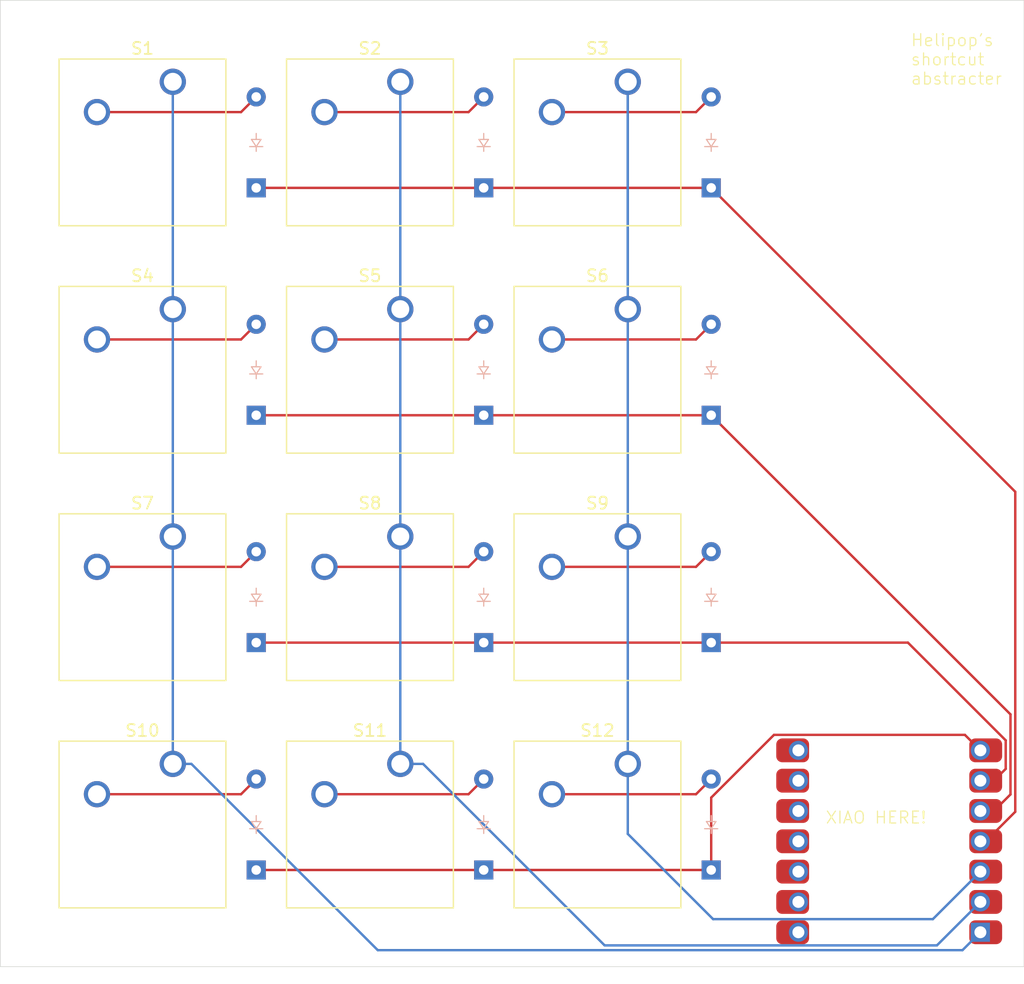
<source format=kicad_pcb>
(kicad_pcb (version 20240108) (generator "pcbnew") (generator_version "8.0")
  (layers (0 "F.Cu" signal) (31 "B.Cu" signal) (34 "B.Paste" user) (35 "F.Paste" user) (36 "B.SilkS" user "B.Silkscreen") (37 "F.SilkS" user "F.Silkscreen") (38 "B.Mask" user) (39 "F.Mask" user) (44 "Edge.Cuts" user))
  (net 0 "")
  (net 1 "Net-(D1-A)")
  (net 2 "Row 0")
  (net 3 "Row 1")
  (net 4 "Net-(D2-A)")
  (net 5 "Net-(D3-A)")
  (net 6 "Row 2")
  (net 7 "Net-(D4-A)")
  (net 8 "Net-(D5-A)")
  (net 9 "Net-(D6-A)")
  (net 10 "Net-(D7-A)")
  (net 11 "Net-(D8-A)")
  (net 12 "Net-(D9-A)")
  (net 13 "Net-(D10-A)")
  (net 14 "Net-(D11-A)")
  (net 15 "Net-(D12-A)")
  (net 16 "Row 3")
  (net 22 "Column 0")
  (net 23 "Column 1")
  (net 24 "Column 2")
  (footprint "Button_Switch_Keyboard:SW_Cherry_MX_1.00u_PCB" (layer "F.Cu") (at 107.315 61.595)
    (property "Reference" "S5" (at -2.54 -2.794 0) (layer "F.SilkS"))
    (property "Value" "Keyswitch")
    (fp_line (start -9.525 -1.905) (end 4.445 -1.905) (stroke (width 0.12)) (layer "F.SilkS"))
    (fp_line (start -9.525 12.065) (end -9.525 -1.905) (stroke (width 0.12)) (layer "F.SilkS"))
    (fp_line (start 4.445 -1.905) (end 4.445 12.065) (stroke (width 0.12)) (layer "F.SilkS"))
    (fp_line (start 4.445 12.065) (end -9.525 12.065) (stroke (width 0.12)) (layer "F.SilkS"))
    (pad "" np_thru_hole circle (at -7.62 5.08) (size 1.7 1.7) (drill 1.7) (layers "*.Cu" "*.Mask"))
    (pad "" np_thru_hole circle (at -2.54 5.08) (size 4 4) (drill 4) (layers "*.Cu" "*.Mask"))
    (pad "" np_thru_hole circle (at 2.54 5.08) (size 1.7 1.7) (drill 1.7) (layers "*.Cu" "*.Mask"))
    (pad "1" thru_hole circle (at 0 0) (size 2.2 2.2) (drill 1.5) (layers "*.Cu" "*.Mask") (net 23 "Column 1"))
    (pad "2" thru_hole circle (at -6.35 2.54) (size 2.2 2.2) (drill 1.5) (layers "*.Cu" "*.Mask") (net 8 "Net-(D5-A)"))
  )
  (footprint "Button_Switch_Keyboard:SW_Cherry_MX_1.00u_PCB" (layer "F.Cu") (at 126.365 42.545)
    (property "Reference" "S3" (at -2.54 -2.794 0) (layer "F.SilkS"))
    (property "Value" "Keyswitch")
    (fp_line (start -9.525 -1.905) (end 4.445 -1.905) (stroke (width 0.12)) (layer "F.SilkS"))
    (fp_line (start -9.525 12.065) (end -9.525 -1.905) (stroke (width 0.12)) (layer "F.SilkS"))
    (fp_line (start 4.445 -1.905) (end 4.445 12.065) (stroke (width 0.12)) (layer "F.SilkS"))
    (fp_line (start 4.445 12.065) (end -9.525 12.065) (stroke (width 0.12)) (layer "F.SilkS"))
    (pad "" np_thru_hole circle (at -7.62 5.08) (size 1.7 1.7) (drill 1.7) (layers "*.Cu" "*.Mask"))
    (pad "" np_thru_hole circle (at -2.54 5.08) (size 4 4) (drill 4) (layers "*.Cu" "*.Mask"))
    (pad "" np_thru_hole circle (at 2.54 5.08) (size 1.7 1.7) (drill 1.7) (layers "*.Cu" "*.Mask"))
    (pad "1" thru_hole circle (at 0 0) (size 2.2 2.2) (drill 1.5) (layers "*.Cu" "*.Mask") (net 24 "Column 2"))
    (pad "2" thru_hole circle (at -6.35 2.54) (size 2.2 2.2) (drill 1.5) (layers "*.Cu" "*.Mask") (net 5 "Net-(D3-A)"))
  )
  (footprint "Button_Switch_Keyboard:SW_Cherry_MX_1.00u_PCB" (layer "F.Cu") (at 126.365 61.595)
    (property "Reference" "S6" (at -2.54 -2.794 0) (layer "F.SilkS"))
    (property "Value" "Keyswitch")
    (fp_line (start -9.525 -1.905) (end 4.445 -1.905) (stroke (width 0.12)) (layer "F.SilkS"))
    (fp_line (start -9.525 12.065) (end -9.525 -1.905) (stroke (width 0.12)) (layer "F.SilkS"))
    (fp_line (start 4.445 -1.905) (end 4.445 12.065) (stroke (width 0.12)) (layer "F.SilkS"))
    (fp_line (start 4.445 12.065) (end -9.525 12.065) (stroke (width 0.12)) (layer "F.SilkS"))
    (pad "" np_thru_hole circle (at -7.62 5.08) (size 1.7 1.7) (drill 1.7) (layers "*.Cu" "*.Mask"))
    (pad "" np_thru_hole circle (at -2.54 5.08) (size 4 4) (drill 4) (layers "*.Cu" "*.Mask"))
    (pad "" np_thru_hole circle (at 2.54 5.08) (size 1.7 1.7) (drill 1.7) (layers "*.Cu" "*.Mask"))
    (pad "1" thru_hole circle (at 0 0) (size 2.2 2.2) (drill 1.5) (layers "*.Cu" "*.Mask") (net 24 "Column 2"))
    (pad "2" thru_hole circle (at -6.35 2.54) (size 2.2 2.2) (drill 1.5) (layers "*.Cu" "*.Mask") (net 9 "Net-(D6-A)"))
  )
  (footprint "Button_Switch_Keyboard:SW_Cherry_MX_1.00u_PCB" (layer "F.Cu") (at 126.365 80.645)
    (property "Reference" "S9" (at -2.54 -2.794 0) (layer "F.SilkS"))
    (property "Value" "Keyswitch")
    (fp_line (start -9.525 -1.905) (end 4.445 -1.905) (stroke (width 0.12)) (layer "F.SilkS"))
    (fp_line (start -9.525 12.065) (end -9.525 -1.905) (stroke (width 0.12)) (layer "F.SilkS"))
    (fp_line (start 4.445 -1.905) (end 4.445 12.065) (stroke (width 0.12)) (layer "F.SilkS"))
    (fp_line (start 4.445 12.065) (end -9.525 12.065) (stroke (width 0.12)) (layer "F.SilkS"))
    (pad "" np_thru_hole circle (at -7.62 5.08) (size 1.7 1.7) (drill 1.7) (layers "*.Cu" "*.Mask"))
    (pad "" np_thru_hole circle (at -2.54 5.08) (size 4 4) (drill 4) (layers "*.Cu" "*.Mask"))
    (pad "" np_thru_hole circle (at 2.54 5.08) (size 1.7 1.7) (drill 1.7) (layers "*.Cu" "*.Mask"))
    (pad "1" thru_hole circle (at 0 0) (size 2.2 2.2) (drill 1.5) (layers "*.Cu" "*.Mask") (net 24 "Column 2"))
    (pad "2" thru_hole circle (at -6.35 2.54) (size 2.2 2.2) (drill 1.5) (layers "*.Cu" "*.Mask") (net 12 "Net-(D9-A)"))
  )
  (footprint "Button_Switch_Keyboard:SW_Cherry_MX_1.00u_PCB" (layer "F.Cu") (at 107.315 80.645)
    (property "Reference" "S8" (at -2.54 -2.794 0) (layer "F.SilkS"))
    (property "Value" "Keyswitch")
    (fp_line (start -9.525 -1.905) (end 4.445 -1.905) (stroke (width 0.12)) (layer "F.SilkS"))
    (fp_line (start -9.525 12.065) (end -9.525 -1.905) (stroke (width 0.12)) (layer "F.SilkS"))
    (fp_line (start 4.445 -1.905) (end 4.445 12.065) (stroke (width 0.12)) (layer "F.SilkS"))
    (fp_line (start 4.445 12.065) (end -9.525 12.065) (stroke (width 0.12)) (layer "F.SilkS"))
    (pad "" np_thru_hole circle (at -7.62 5.08) (size 1.7 1.7) (drill 1.7) (layers "*.Cu" "*.Mask"))
    (pad "" np_thru_hole circle (at -2.54 5.08) (size 4 4) (drill 4) (layers "*.Cu" "*.Mask"))
    (pad "" np_thru_hole circle (at 2.54 5.08) (size 1.7 1.7) (drill 1.7) (layers "*.Cu" "*.Mask"))
    (pad "1" thru_hole circle (at 0 0) (size 2.2 2.2) (drill 1.5) (layers "*.Cu" "*.Mask") (net 23 "Column 1"))
    (pad "2" thru_hole circle (at -6.35 2.54) (size 2.2 2.2) (drill 1.5) (layers "*.Cu" "*.Mask") (net 11 "Net-(D8-A)"))
  )
  (footprint "ScottoKeebs_MCU:Seeed_XIAO_RP2040" (layer "F.Cu") (at 148.2725 106.18125 180)
    (property "Reference" "U1" (hide yes))
    (property "Value" "MCU_Seeed_XIAO_RP2040")
    (pad "1" smd roundrect (at -8.065 -7.62 180) (size 2.75 2) (layers "F.Cu" "F.Paste" "F.Mask") (net 22 "Column 0"))
    (pad "1" thru_hole rect (at -7.62 -7.62 270) (size 1.6 1.6) (drill 1) (layers "*.Cu" "*.Mask") (net 22 "Column 0"))
    (pad "2" smd roundrect (at -8.065 -5.08 180) (size 2.75 2) (layers "F.Cu" "F.Paste" "F.Mask") (net 23 "Column 1"))
    (pad "2" thru_hole circle (at -7.62 -5.08 270) (size 1.6 1.6) (drill 1) (layers "*.Cu" "*.Mask") (net 23 "Column 1"))
    (pad "3" smd roundrect (at -8.065 -2.54 180) (size 2.75 2) (layers "F.Cu" "F.Paste" "F.Mask") (net 24 "Column 2"))
    (pad "3" thru_hole circle (at -7.62 -2.54 270) (size 1.6 1.6) (drill 1) (layers "*.Cu" "*.Mask") (net 24 "Column 2"))
    (pad "4" smd roundrect (at -8.065 0 180) (size 2.75 2) (layers "F.Cu" "F.Paste" "F.Mask") (net 2 "Row 0"))
    (pad "4" thru_hole circle (at -7.62 0 270) (size 1.6 1.6) (drill 1) (layers "*.Cu" "*.Mask") (net 2 "Row 0"))
    (pad "5" smd roundrect (at -8.065 2.54 180) (size 2.75 2) (layers "F.Cu" "F.Paste" "F.Mask") (net 3 "Row 1"))
    (pad "5" thru_hole circle (at -7.62 2.54 270) (size 1.6 1.6) (drill 1) (layers "*.Cu" "*.Mask") (net 3 "Row 1"))
    (pad "6" smd roundrect (at -8.065 5.08 180) (size 2.75 2) (layers "F.Cu" "F.Paste" "F.Mask") (net 6 "Row 2"))
    (pad "6" thru_hole circle (at -7.62 5.08 270) (size 1.6 1.6) (drill 1) (layers "*.Cu" "*.Mask") (net 6 "Row 2"))
    (pad "7" smd roundrect (at -8.065 7.62 180) (size 2.75 2) (layers "F.Cu" "F.Paste" "F.Mask") (net 16 "Row 3"))
    (pad "7" thru_hole circle (at -7.62 7.62 270) (size 1.6 1.6) (drill 1) (layers "*.Cu" "*.Mask") (net 16 "Row 3"))
    (pad "8" thru_hole circle (at 7.62 7.62 270) (size 1.6 1.6) (drill 1) (layers "*.Cu" "*.Mask"))
    (pad "8" smd roundrect (at 8.1 7.62 180) (size 2.75 2) (layers "F.Cu" "F.Paste" "F.Mask"))
    (pad "9" thru_hole circle (at 7.62 5.08 270) (size 1.6 1.6) (drill 1) (layers "*.Cu" "*.Mask"))
    (pad "9" smd roundrect (at 8.1 5.08 180) (size 2.75 2) (layers "F.Cu" "F.Paste" "F.Mask"))
    (pad "10" thru_hole circle (at 7.62 2.54 270) (size 1.6 1.6) (drill 1) (layers "*.Cu" "*.Mask"))
    (pad "10" smd roundrect (at 8.1 2.54 180) (size 2.75 2) (layers "F.Cu" "F.Paste" "F.Mask"))
    (pad "11" thru_hole circle (at 7.62 0 270) (size 1.6 1.6) (drill 1) (layers "*.Cu" "*.Mask"))
    (pad "11" smd roundrect (at 8.1 0 180) (size 2.75 2) (layers "F.Cu" "F.Paste" "F.Mask"))
    (pad "12" thru_hole circle (at 7.62 -2.54 270) (size 1.6 1.6) (drill 1) (layers "*.Cu" "*.Mask"))
    (pad "12" smd roundrect (at 8.1 -2.54 180) (size 2.75 2) (layers "F.Cu" "F.Paste" "F.Mask"))
    (pad "13" thru_hole circle (at 7.62 -5.08 270) (size 1.6 1.6) (drill 1) (layers "*.Cu" "*.Mask"))
    (pad "13" smd roundrect (at 8.1 -5.08 180) (size 2.75 2) (layers "F.Cu" "F.Paste" "F.Mask"))
    (pad "14" thru_hole circle (at 7.62 -7.62 270) (size 1.6 1.6) (drill 1) (layers "*.Cu" "*.Mask"))
    (pad "14" smd roundrect (at 8.1 -7.62 180) (size 2.75 2) (layers "F.Cu" "F.Paste" "F.Mask"))
  )
  (footprint "Button_Switch_Keyboard:SW_Cherry_MX_1.00u_PCB" (layer "F.Cu") (at 107.315 99.695)
    (property "Reference" "S11" (at -2.54 -2.794 0) (layer "F.SilkS"))
    (property "Value" "Keyswitch")
    (fp_line (start -9.525 -1.905) (end 4.445 -1.905) (stroke (width 0.12)) (layer "F.SilkS"))
    (fp_line (start -9.525 12.065) (end -9.525 -1.905) (stroke (width 0.12)) (layer "F.SilkS"))
    (fp_line (start 4.445 -1.905) (end 4.445 12.065) (stroke (width 0.12)) (layer "F.SilkS"))
    (fp_line (start 4.445 12.065) (end -9.525 12.065) (stroke (width 0.12)) (layer "F.SilkS"))
    (pad "" np_thru_hole circle (at -7.62 5.08) (size 1.7 1.7) (drill 1.7) (layers "*.Cu" "*.Mask"))
    (pad "" np_thru_hole circle (at -2.54 5.08) (size 4 4) (drill 4) (layers "*.Cu" "*.Mask"))
    (pad "" np_thru_hole circle (at 2.54 5.08) (size 1.7 1.7) (drill 1.7) (layers "*.Cu" "*.Mask"))
    (pad "1" thru_hole circle (at 0 0) (size 2.2 2.2) (drill 1.5) (layers "*.Cu" "*.Mask") (net 23 "Column 1"))
    (pad "2" thru_hole circle (at -6.35 2.54) (size 2.2 2.2) (drill 1.5) (layers "*.Cu" "*.Mask") (net 14 "Net-(D11-A)"))
  )
  (footprint "Button_Switch_Keyboard:SW_Cherry_MX_1.00u_PCB" (layer "F.Cu") (at 88.265 99.695)
    (property "Reference" "S10" (at -2.54 -2.794 0) (layer "F.SilkS"))
    (property "Value" "Keyswitch")
    (fp_line (start -9.525 -1.905) (end 4.445 -1.905) (stroke (width 0.12)) (layer "F.SilkS"))
    (fp_line (start -9.525 12.065) (end -9.525 -1.905) (stroke (width 0.12)) (layer "F.SilkS"))
    (fp_line (start 4.445 -1.905) (end 4.445 12.065) (stroke (width 0.12)) (layer "F.SilkS"))
    (fp_line (start 4.445 12.065) (end -9.525 12.065) (stroke (width 0.12)) (layer "F.SilkS"))
    (pad "" np_thru_hole circle (at -7.62 5.08) (size 1.7 1.7) (drill 1.7) (layers "*.Cu" "*.Mask"))
    (pad "" np_thru_hole circle (at -2.54 5.08) (size 4 4) (drill 4) (layers "*.Cu" "*.Mask"))
    (pad "" np_thru_hole circle (at 2.54 5.08) (size 1.7 1.7) (drill 1.7) (layers "*.Cu" "*.Mask"))
    (pad "1" thru_hole circle (at 0 0) (size 2.2 2.2) (drill 1.5) (layers "*.Cu" "*.Mask") (net 22 "Column 0"))
    (pad "2" thru_hole circle (at -6.35 2.54) (size 2.2 2.2) (drill 1.5) (layers "*.Cu" "*.Mask") (net 13 "Net-(D10-A)"))
  )
  (footprint "Button_Switch_Keyboard:SW_Cherry_MX_1.00u_PCB" (layer "F.Cu") (at 107.315 42.545)
    (property "Reference" "S2" (at -2.54 -2.794 0) (layer "F.SilkS"))
    (property "Value" "Keyswitch")
    (fp_line (start -9.525 -1.905) (end 4.445 -1.905) (stroke (width 0.12)) (layer "F.SilkS"))
    (fp_line (start -9.525 12.065) (end -9.525 -1.905) (stroke (width 0.12)) (layer "F.SilkS"))
    (fp_line (start 4.445 -1.905) (end 4.445 12.065) (stroke (width 0.12)) (layer "F.SilkS"))
    (fp_line (start 4.445 12.065) (end -9.525 12.065) (stroke (width 0.12)) (layer "F.SilkS"))
    (pad "" np_thru_hole circle (at -7.62 5.08) (size 1.7 1.7) (drill 1.7) (layers "*.Cu" "*.Mask"))
    (pad "" np_thru_hole circle (at -2.54 5.08) (size 4 4) (drill 4) (layers "*.Cu" "*.Mask"))
    (pad "" np_thru_hole circle (at 2.54 5.08) (size 1.7 1.7) (drill 1.7) (layers "*.Cu" "*.Mask"))
    (pad "1" thru_hole circle (at 0 0) (size 2.2 2.2) (drill 1.5) (layers "*.Cu" "*.Mask") (net 23 "Column 1"))
    (pad "2" thru_hole circle (at -6.35 2.54) (size 2.2 2.2) (drill 1.5) (layers "*.Cu" "*.Mask") (net 4 "Net-(D2-A)"))
  )
  (footprint "Button_Switch_Keyboard:SW_Cherry_MX_1.00u_PCB" (layer "F.Cu") (at 88.265 42.545)
    (property "Reference" "S1" (at -2.54 -2.794 0) (layer "F.SilkS"))
    (property "Value" "Keyswitch")
    (fp_line (start -9.525 -1.905) (end 4.445 -1.905) (stroke (width 0.12)) (layer "F.SilkS"))
    (fp_line (start -9.525 12.065) (end -9.525 -1.905) (stroke (width 0.12)) (layer "F.SilkS"))
    (fp_line (start 4.445 -1.905) (end 4.445 12.065) (stroke (width 0.12)) (layer "F.SilkS"))
    (fp_line (start 4.445 12.065) (end -9.525 12.065) (stroke (width 0.12)) (layer "F.SilkS"))
    (pad "" np_thru_hole circle (at -7.62 5.08) (size 1.7 1.7) (drill 1.7) (layers "*.Cu" "*.Mask"))
    (pad "" np_thru_hole circle (at -2.54 5.08) (size 4 4) (drill 4) (layers "*.Cu" "*.Mask"))
    (pad "" np_thru_hole circle (at 2.54 5.08) (size 1.7 1.7) (drill 1.7) (layers "*.Cu" "*.Mask"))
    (pad "1" thru_hole circle (at 0 0) (size 2.2 2.2) (drill 1.5) (layers "*.Cu" "*.Mask") (net 22 "Column 0"))
    (pad "2" thru_hole circle (at -6.35 2.54) (size 2.2 2.2) (drill 1.5) (layers "*.Cu" "*.Mask") (net 1 "Net-(D1-A)"))
  )
  (footprint "Button_Switch_Keyboard:SW_Cherry_MX_1.00u_PCB" (layer "F.Cu") (at 126.365 99.695)
    (property "Reference" "S12" (at -2.54 -2.794 0) (layer "F.SilkS"))
    (property "Value" "Keyswitch")
    (fp_line (start -9.525 -1.905) (end 4.445 -1.905) (stroke (width 0.12)) (layer "F.SilkS"))
    (fp_line (start -9.525 12.065) (end -9.525 -1.905) (stroke (width 0.12)) (layer "F.SilkS"))
    (fp_line (start 4.445 -1.905) (end 4.445 12.065) (stroke (width 0.12)) (layer "F.SilkS"))
    (fp_line (start 4.445 12.065) (end -9.525 12.065) (stroke (width 0.12)) (layer "F.SilkS"))
    (pad "" np_thru_hole circle (at -7.62 5.08) (size 1.7 1.7) (drill 1.7) (layers "*.Cu" "*.Mask"))
    (pad "" np_thru_hole circle (at -2.54 5.08) (size 4 4) (drill 4) (layers "*.Cu" "*.Mask"))
    (pad "" np_thru_hole circle (at 2.54 5.08) (size 1.7 1.7) (drill 1.7) (layers "*.Cu" "*.Mask"))
    (pad "1" thru_hole circle (at 0 0) (size 2.2 2.2) (drill 1.5) (layers "*.Cu" "*.Mask") (net 24 "Column 2"))
    (pad "2" thru_hole circle (at -6.35 2.54) (size 2.2 2.2) (drill 1.5) (layers "*.Cu" "*.Mask") (net 15 "Net-(D12-A)"))
  )
  (footprint "Button_Switch_Keyboard:SW_Cherry_MX_1.00u_PCB" (layer "F.Cu") (at 88.265 80.645)
    (property "Reference" "S7" (at -2.54 -2.794 0) (layer "F.SilkS"))
    (property "Value" "Keyswitch")
    (fp_line (start -9.525 -1.905) (end 4.445 -1.905) (stroke (width 0.12)) (layer "F.SilkS"))
    (fp_line (start -9.525 12.065) (end -9.525 -1.905) (stroke (width 0.12)) (layer "F.SilkS"))
    (fp_line (start 4.445 -1.905) (end 4.445 12.065) (stroke (width 0.12)) (layer "F.SilkS"))
    (fp_line (start 4.445 12.065) (end -9.525 12.065) (stroke (width 0.12)) (layer "F.SilkS"))
    (pad "" np_thru_hole circle (at -7.62 5.08) (size 1.7 1.7) (drill 1.7) (layers "*.Cu" "*.Mask"))
    (pad "" np_thru_hole circle (at -2.54 5.08) (size 4 4) (drill 4) (layers "*.Cu" "*.Mask"))
    (pad "" np_thru_hole circle (at 2.54 5.08) (size 1.7 1.7) (drill 1.7) (layers "*.Cu" "*.Mask"))
    (pad "1" thru_hole circle (at 0 0) (size 2.2 2.2) (drill 1.5) (layers "*.Cu" "*.Mask") (net 22 "Column 0"))
    (pad "2" thru_hole circle (at -6.35 2.54) (size 2.2 2.2) (drill 1.5) (layers "*.Cu" "*.Mask") (net 10 "Net-(D7-A)"))
  )
  (footprint "Button_Switch_Keyboard:SW_Cherry_MX_1.00u_PCB" (layer "F.Cu") (at 88.265 61.595)
    (property "Reference" "S4" (at -2.54 -2.794 0) (layer "F.SilkS"))
    (property "Value" "Keyswitch")
    (fp_line (start -9.525 -1.905) (end 4.445 -1.905) (stroke (width 0.12)) (layer "F.SilkS"))
    (fp_line (start -9.525 12.065) (end -9.525 -1.905) (stroke (width 0.12)) (layer "F.SilkS"))
    (fp_line (start 4.445 -1.905) (end 4.445 12.065) (stroke (width 0.12)) (layer "F.SilkS"))
    (fp_line (start 4.445 12.065) (end -9.525 12.065) (stroke (width 0.12)) (layer "F.SilkS"))
    (pad "" np_thru_hole circle (at -7.62 5.08) (size 1.7 1.7) (drill 1.7) (layers "*.Cu" "*.Mask"))
    (pad "" np_thru_hole circle (at -2.54 5.08) (size 4 4) (drill 4) (layers "*.Cu" "*.Mask"))
    (pad "" np_thru_hole circle (at 2.54 5.08) (size 1.7 1.7) (drill 1.7) (layers "*.Cu" "*.Mask"))
    (pad "1" thru_hole circle (at 0 0) (size 2.2 2.2) (drill 1.5) (layers "*.Cu" "*.Mask") (net 22 "Column 0"))
    (pad "2" thru_hole circle (at -6.35 2.54) (size 2.2 2.2) (drill 1.5) (layers "*.Cu" "*.Mask") (net 7 "Net-(D4-A)"))
  )
  (footprint "ScottoKeebs_Components:Diode_DO-35" (layer "B.Cu") (at 133.35 89.535 90)
    (property "Reference" "D9" (hide yes))
    (property "Value" "Diode" (hide yes))
    (fp_line (start 3.46 -0.55) (end 3.46 0.55) (stroke (width 0.1)) (layer "B.SilkS"))
    (fp_line (start 4.06 -0.4) (end 4.06 0.4) (stroke (width 0.1)) (layer "B.SilkS"))
    (fp_line (start 4.56 0) (end 4.06 0) (stroke (width 0.1)) (layer "B.SilkS"))
    (fp_line (start 3.46 0) (end 4.06 -0.4) (stroke (width 0.1)) (layer "B.SilkS"))
    (fp_line (start 3.46 0) (end 3.06 0) (stroke (width 0.1)) (layer "B.SilkS"))
    (fp_line (start 4.06 0.4) (end 3.46 0) (stroke (width 0.1)) (layer "B.SilkS"))
    (pad "1" thru_hole rect (at 0 0 90) (size 1.6 1.6) (drill 0.8) (layers "*.Cu" "*.Mask") (net 6 "Row 2"))
    (pad "2" thru_hole oval (at 7.62 0 90) (size 1.6 1.6) (drill 0.8) (layers "*.Cu" "*.Mask") (net 12 "Net-(D9-A)"))
  )
  (footprint "ScottoKeebs_Components:Diode_DO-35" (layer "B.Cu") (at 95.25 108.585 90)
    (property "Reference" "D10" (hide yes))
    (property "Value" "Diode" (hide yes))
    (fp_line (start 3.46 -0.55) (end 3.46 0.55) (stroke (width 0.1)) (layer "B.SilkS"))
    (fp_line (start 4.06 -0.4) (end 4.06 0.4) (stroke (width 0.1)) (layer "B.SilkS"))
    (fp_line (start 4.56 0) (end 4.06 0) (stroke (width 0.1)) (layer "B.SilkS"))
    (fp_line (start 3.46 0) (end 4.06 -0.4) (stroke (width 0.1)) (layer "B.SilkS"))
    (fp_line (start 3.46 0) (end 3.06 0) (stroke (width 0.1)) (layer "B.SilkS"))
    (fp_line (start 4.06 0.4) (end 3.46 0) (stroke (width 0.1)) (layer "B.SilkS"))
    (pad "1" thru_hole rect (at 0 0 90) (size 1.6 1.6) (drill 0.8) (layers "*.Cu" "*.Mask") (net 16 "Row 3"))
    (pad "2" thru_hole oval (at 7.62 0 90) (size 1.6 1.6) (drill 0.8) (layers "*.Cu" "*.Mask") (net 13 "Net-(D10-A)"))
  )
  (footprint "ScottoKeebs_Components:Diode_DO-35" (layer "B.Cu") (at 133.35 51.435 90)
    (property "Reference" "D3" (hide yes))
    (property "Value" "Diode" (hide yes))
    (fp_line (start 3.46 -0.55) (end 3.46 0.55) (stroke (width 0.1)) (layer "B.SilkS"))
    (fp_line (start 4.06 -0.4) (end 4.06 0.4) (stroke (width 0.1)) (layer "B.SilkS"))
    (fp_line (start 4.56 0) (end 4.06 0) (stroke (width 0.1)) (layer "B.SilkS"))
    (fp_line (start 3.46 0) (end 4.06 -0.4) (stroke (width 0.1)) (layer "B.SilkS"))
    (fp_line (start 3.46 0) (end 3.06 0) (stroke (width 0.1)) (layer "B.SilkS"))
    (fp_line (start 4.06 0.4) (end 3.46 0) (stroke (width 0.1)) (layer "B.SilkS"))
    (pad "1" thru_hole rect (at 0 0 90) (size 1.6 1.6) (drill 0.8) (layers "*.Cu" "*.Mask") (net 2 "Row 0"))
    (pad "2" thru_hole oval (at 7.62 0 90) (size 1.6 1.6) (drill 0.8) (layers "*.Cu" "*.Mask") (net 5 "Net-(D3-A)"))
  )
  (footprint "ScottoKeebs_Components:Diode_DO-35" (layer "B.Cu") (at 114.3 108.585 90)
    (property "Reference" "D11" (hide yes))
    (property "Value" "Diode" (hide yes))
    (fp_line (start 3.46 -0.55) (end 3.46 0.55) (stroke (width 0.1)) (layer "B.SilkS"))
    (fp_line (start 4.06 -0.4) (end 4.06 0.4) (stroke (width 0.1)) (layer "B.SilkS"))
    (fp_line (start 4.56 0) (end 4.06 0) (stroke (width 0.1)) (layer "B.SilkS"))
    (fp_line (start 3.46 0) (end 4.06 -0.4) (stroke (width 0.1)) (layer "B.SilkS"))
    (fp_line (start 3.46 0) (end 3.06 0) (stroke (width 0.1)) (layer "B.SilkS"))
    (fp_line (start 4.06 0.4) (end 3.46 0) (stroke (width 0.1)) (layer "B.SilkS"))
    (pad "1" thru_hole rect (at 0 0 90) (size 1.6 1.6) (drill 0.8) (layers "*.Cu" "*.Mask") (net 16 "Row 3"))
    (pad "2" thru_hole oval (at 7.62 0 90) (size 1.6 1.6) (drill 0.8) (layers "*.Cu" "*.Mask") (net 14 "Net-(D11-A)"))
  )
  (footprint "ScottoKeebs_Components:Diode_DO-35" (layer "B.Cu") (at 114.3 89.535 90)
    (property "Reference" "D8" (hide yes))
    (property "Value" "Diode" (hide yes))
    (fp_line (start 3.46 -0.55) (end 3.46 0.55) (stroke (width 0.1)) (layer "B.SilkS"))
    (fp_line (start 4.06 -0.4) (end 4.06 0.4) (stroke (width 0.1)) (layer "B.SilkS"))
    (fp_line (start 4.56 0) (end 4.06 0) (stroke (width 0.1)) (layer "B.SilkS"))
    (fp_line (start 3.46 0) (end 4.06 -0.4) (stroke (width 0.1)) (layer "B.SilkS"))
    (fp_line (start 3.46 0) (end 3.06 0) (stroke (width 0.1)) (layer "B.SilkS"))
    (fp_line (start 4.06 0.4) (end 3.46 0) (stroke (width 0.1)) (layer "B.SilkS"))
    (pad "1" thru_hole rect (at 0 0 90) (size 1.6 1.6) (drill 0.8) (layers "*.Cu" "*.Mask") (net 6 "Row 2"))
    (pad "2" thru_hole oval (at 7.62 0 90) (size 1.6 1.6) (drill 0.8) (layers "*.Cu" "*.Mask") (net 11 "Net-(D8-A)"))
  )
  (footprint "ScottoKeebs_Components:Diode_DO-35" (layer "B.Cu") (at 95.25 70.485 90)
    (property "Reference" "D4" (hide yes))
    (property "Value" "Diode" (hide yes))
    (fp_line (start 3.46 -0.55) (end 3.46 0.55) (stroke (width 0.1)) (layer "B.SilkS"))
    (fp_line (start 4.06 -0.4) (end 4.06 0.4) (stroke (width 0.1)) (layer "B.SilkS"))
    (fp_line (start 4.56 0) (end 4.06 0) (stroke (width 0.1)) (layer "B.SilkS"))
    (fp_line (start 3.46 0) (end 4.06 -0.4) (stroke (width 0.1)) (layer "B.SilkS"))
    (fp_line (start 3.46 0) (end 3.06 0) (stroke (width 0.1)) (layer "B.SilkS"))
    (fp_line (start 4.06 0.4) (end 3.46 0) (stroke (width 0.1)) (layer "B.SilkS"))
    (pad "1" thru_hole rect (at 0 0 90) (size 1.6 1.6) (drill 0.8) (layers "*.Cu" "*.Mask") (net 3 "Row 1"))
    (pad "2" thru_hole oval (at 7.62 0 90) (size 1.6 1.6) (drill 0.8) (layers "*.Cu" "*.Mask") (net 7 "Net-(D4-A)"))
  )
  (footprint "ScottoKeebs_Components:Diode_DO-35" (layer "B.Cu") (at 95.25 51.435 90)
    (property "Reference" "D1" (hide yes))
    (property "Value" "Diode" (hide yes))
    (fp_line (start 3.46 -0.55) (end 3.46 0.55) (stroke (width 0.1)) (layer "B.SilkS"))
    (fp_line (start 4.06 -0.4) (end 4.06 0.4) (stroke (width 0.1)) (layer "B.SilkS"))
    (fp_line (start 4.56 0) (end 4.06 0) (stroke (width 0.1)) (layer "B.SilkS"))
    (fp_line (start 3.46 0) (end 4.06 -0.4) (stroke (width 0.1)) (layer "B.SilkS"))
    (fp_line (start 3.46 0) (end 3.06 0) (stroke (width 0.1)) (layer "B.SilkS"))
    (fp_line (start 4.06 0.4) (end 3.46 0) (stroke (width 0.1)) (layer "B.SilkS"))
    (pad "1" thru_hole rect (at 0 0 90) (size 1.6 1.6) (drill 0.8) (layers "*.Cu" "*.Mask") (net 2 "Row 0"))
    (pad "2" thru_hole oval (at 7.62 0 90) (size 1.6 1.6) (drill 0.8) (layers "*.Cu" "*.Mask") (net 1 "Net-(D1-A)"))
  )
  (footprint "ScottoKeebs_Components:Diode_DO-35" (layer "B.Cu") (at 114.3 51.435 90)
    (property "Reference" "D2" (hide yes))
    (property "Value" "Diode" (hide yes))
    (fp_line (start 3.46 -0.55) (end 3.46 0.55) (stroke (width 0.1)) (layer "B.SilkS"))
    (fp_line (start 4.06 -0.4) (end 4.06 0.4) (stroke (width 0.1)) (layer "B.SilkS"))
    (fp_line (start 4.56 0) (end 4.06 0) (stroke (width 0.1)) (layer "B.SilkS"))
    (fp_line (start 3.46 0) (end 4.06 -0.4) (stroke (width 0.1)) (layer "B.SilkS"))
    (fp_line (start 3.46 0) (end 3.06 0) (stroke (width 0.1)) (layer "B.SilkS"))
    (fp_line (start 4.06 0.4) (end 3.46 0) (stroke (width 0.1)) (layer "B.SilkS"))
    (pad "1" thru_hole rect (at 0 0 90) (size 1.6 1.6) (drill 0.8) (layers "*.Cu" "*.Mask") (net 2 "Row 0"))
    (pad "2" thru_hole oval (at 7.62 0 90) (size 1.6 1.6) (drill 0.8) (layers "*.Cu" "*.Mask") (net 4 "Net-(D2-A)"))
  )
  (footprint "ScottoKeebs_Components:Diode_DO-35" (layer "B.Cu") (at 114.3 70.485 90)
    (property "Reference" "D5" (hide yes))
    (property "Value" "Diode" (hide yes))
    (fp_line (start 3.46 -0.55) (end 3.46 0.55) (stroke (width 0.1)) (layer "B.SilkS"))
    (fp_line (start 4.06 -0.4) (end 4.06 0.4) (stroke (width 0.1)) (layer "B.SilkS"))
    (fp_line (start 4.56 0) (end 4.06 0) (stroke (width 0.1)) (layer "B.SilkS"))
    (fp_line (start 3.46 0) (end 4.06 -0.4) (stroke (width 0.1)) (layer "B.SilkS"))
    (fp_line (start 3.46 0) (end 3.06 0) (stroke (width 0.1)) (layer "B.SilkS"))
    (fp_line (start 4.06 0.4) (end 3.46 0) (stroke (width 0.1)) (layer "B.SilkS"))
    (pad "1" thru_hole rect (at 0 0 90) (size 1.6 1.6) (drill 0.8) (layers "*.Cu" "*.Mask") (net 3 "Row 1"))
    (pad "2" thru_hole oval (at 7.62 0 90) (size 1.6 1.6) (drill 0.8) (layers "*.Cu" "*.Mask") (net 8 "Net-(D5-A)"))
  )
  (footprint "ScottoKeebs_Components:Diode_DO-35" (layer "B.Cu") (at 133.35 108.585 90)
    (property "Reference" "D12" (hide yes))
    (property "Value" "Diode" (hide yes))
    (fp_line (start 3.46 -0.55) (end 3.46 0.55) (stroke (width 0.1)) (layer "B.SilkS"))
    (fp_line (start 4.06 -0.4) (end 4.06 0.4) (stroke (width 0.1)) (layer "B.SilkS"))
    (fp_line (start 4.56 0) (end 4.06 0) (stroke (width 0.1)) (layer "B.SilkS"))
    (fp_line (start 3.46 0) (end 4.06 -0.4) (stroke (width 0.1)) (layer "B.SilkS"))
    (fp_line (start 3.46 0) (end 3.06 0) (stroke (width 0.1)) (layer "B.SilkS"))
    (fp_line (start 4.06 0.4) (end 3.46 0) (stroke (width 0.1)) (layer "B.SilkS"))
    (pad "1" thru_hole rect (at 0 0 90) (size 1.6 1.6) (drill 0.8) (layers "*.Cu" "*.Mask") (net 16 "Row 3"))
    (pad "2" thru_hole oval (at 7.62 0 90) (size 1.6 1.6) (drill 0.8) (layers "*.Cu" "*.Mask") (net 15 "Net-(D12-A)"))
  )
  (footprint "ScottoKeebs_Components:Diode_DO-35" (layer "B.Cu") (at 95.25 89.535 90)
    (property "Reference" "D7" (hide yes))
    (property "Value" "Diode" (hide yes))
    (fp_line (start 3.46 -0.55) (end 3.46 0.55) (stroke (width 0.1)) (layer "B.SilkS"))
    (fp_line (start 4.06 -0.4) (end 4.06 0.4) (stroke (width 0.1)) (layer "B.SilkS"))
    (fp_line (start 4.56 0) (end 4.06 0) (stroke (width 0.1)) (layer "B.SilkS"))
    (fp_line (start 3.46 0) (end 4.06 -0.4) (stroke (width 0.1)) (layer "B.SilkS"))
    (fp_line (start 3.46 0) (end 3.06 0) (stroke (width 0.1)) (layer "B.SilkS"))
    (fp_line (start 4.06 0.4) (end 3.46 0) (stroke (width 0.1)) (layer "B.SilkS"))
    (pad "1" thru_hole rect (at 0 0 90) (size 1.6 1.6) (drill 0.8) (layers "*.Cu" "*.Mask") (net 6 "Row 2"))
    (pad "2" thru_hole oval (at 7.62 0 90) (size 1.6 1.6) (drill 0.8) (layers "*.Cu" "*.Mask") (net 10 "Net-(D7-A)"))
  )
  (footprint "ScottoKeebs_Components:Diode_DO-35" (layer "B.Cu") (at 133.35 70.485 90)
    (property "Reference" "D6" (hide yes))
    (property "Value" "Diode" (hide yes))
    (fp_line (start 3.46 -0.55) (end 3.46 0.55) (stroke (width 0.1)) (layer "B.SilkS"))
    (fp_line (start 4.06 -0.4) (end 4.06 0.4) (stroke (width 0.1)) (layer "B.SilkS"))
    (fp_line (start 4.56 0) (end 4.06 0) (stroke (width 0.1)) (layer "B.SilkS"))
    (fp_line (start 3.46 0) (end 4.06 -0.4) (stroke (width 0.1)) (layer "B.SilkS"))
    (fp_line (start 3.46 0) (end 3.06 0) (stroke (width 0.1)) (layer "B.SilkS"))
    (fp_line (start 4.06 0.4) (end 3.46 0) (stroke (width 0.1)) (layer "B.SilkS"))
    (pad "1" thru_hole rect (at 0 0 90) (size 1.6 1.6) (drill 0.8) (layers "*.Cu" "*.Mask") (net 3 "Row 1"))
    (pad "2" thru_hole oval (at 7.62 0 90) (size 1.6 1.6) (drill 0.8) (layers "*.Cu" "*.Mask") (net 9 "Net-(D6-A)"))
  )
  (gr_rect (start 73.81875 35.71875) (end 159.54375 116.68125) (stroke (width 0.05)) (fill none) (layer "Edge.Cuts"))
  (gr_text "XIAO HERE!" (at 142.875 104.775 0) (layer "F.SilkS") (effects (font (size 1 1) (thickness 0.1)) (justify left bottom)))
  (gr_text "Helipop's\nshortcut\nabstracter" (at 150.01875 42.8625 0) (layer "F.SilkS") (effects (font (size 1 1) (thickness 0.1)) (justify left bottom)))
  (segment (start 95.25 43.815) (end 93.98 45.085) (width 0.2) (layer "F.Cu") (net 1))
  (segment (start 93.98 45.085) (end 81.915 45.085) (width 0.2) (layer "F.Cu") (net 1))
  (segment (start 158.8125 76.8975) (end 158.8125 103.70625) (width 0.2) (layer "F.Cu") (net 2))
  (segment (start 95.25 51.435) (end 114.3 51.435) (width 0.2) (layer "F.Cu") (net 2))
  (segment (start 114.3 51.435) (end 133.35 51.435) (width 0.2) (layer "F.Cu") (net 2))
  (segment (start 158.8125 103.70625) (end 156.3375 106.18125) (width 0.2) (layer "F.Cu") (net 2))
  (segment (start 156.3375 106.18125) (end 155.8925 106.18125) (width 0.2) (layer "F.Cu") (net 2))
  (segment (start 133.35 51.435) (end 158.8125 76.8975) (width 0.2) (layer "F.Cu") (net 2))
  (segment (start 158.4125 95.5475) (end 158.4125 102.25262) (width 0.2) (layer "F.Cu") (net 3))
  (segment (start 157.02387 103.64125) (end 155.8925 103.64125) (width 0.2) (layer "F.Cu") (net 3))
  (segment (start 133.35 70.485) (end 158.4125 95.5475) (width 0.2) (layer "F.Cu") (net 3))
  (segment (start 158.4125 102.25262) (end 157.02387 103.64125) (width 0.2) (layer "F.Cu") (net 3))
  (segment (start 114.3 70.485) (end 133.35 70.485) (width 0.2) (layer "F.Cu") (net 3))
  (segment (start 95.25 70.485) (end 114.3 70.485) (width 0.2) (layer "F.Cu") (net 3))
  (segment (start 114.3 43.815) (end 113.03 45.085) (width 0.2) (layer "F.Cu") (net 4))
  (segment (start 113.03 45.085) (end 100.965 45.085) (width 0.2) (layer "F.Cu") (net 4))
  (segment (start 133.35 43.815) (end 132.08 45.085) (width 0.2) (layer "F.Cu") (net 5))
  (segment (start 132.08 45.085) (end 120.015 45.085) (width 0.2) (layer "F.Cu") (net 5))
  (segment (start 158.0125 97.722608) (end 158.0125 100.11262) (width 0.2) (layer "F.Cu") (net 6))
  (segment (start 114.3 89.535) (end 133.35 89.535) (width 0.2) (layer "F.Cu") (net 6))
  (segment (start 158.0125 100.11262) (end 157.02387 101.10125) (width 0.2) (layer "F.Cu") (net 6))
  (segment (start 157.02387 101.10125) (end 155.8925 101.10125) (width 0.2) (layer "F.Cu") (net 6))
  (segment (start 133.35 89.535) (end 149.824892 89.535) (width 0.2) (layer "F.Cu") (net 6))
  (segment (start 149.824892 89.535) (end 158.0125 97.722608) (width 0.2) (layer "F.Cu") (net 6))
  (segment (start 95.25 89.535) (end 114.3 89.535) (width 0.2) (layer "F.Cu") (net 6))
  (segment (start 93.98 64.135) (end 81.915 64.135) (width 0.2) (layer "F.Cu") (net 7))
  (segment (start 95.25 62.865) (end 93.98 64.135) (width 0.2) (layer "F.Cu") (net 7))
  (segment (start 113.03 64.135) (end 100.965 64.135) (width 0.2) (layer "F.Cu") (net 8))
  (segment (start 114.3 62.865) (end 113.03 64.135) (width 0.2) (layer "F.Cu") (net 8))
  (segment (start 132.08 64.135) (end 120.015 64.135) (width 0.2) (layer "F.Cu") (net 9))
  (segment (start 133.35 62.865) (end 132.08 64.135) (width 0.2) (layer "F.Cu") (net 9))
  (segment (start 95.25 81.915) (end 93.98 83.185) (width 0.2) (layer "F.Cu") (net 10))
  (segment (start 93.98 83.185) (end 81.915 83.185) (width 0.2) (layer "F.Cu") (net 10))
  (segment (start 113.03 83.185) (end 100.965 83.185) (width 0.2) (layer "F.Cu") (net 11))
  (segment (start 114.3 81.915) (end 113.03 83.185) (width 0.2) (layer "F.Cu") (net 11))
  (segment (start 132.08 83.185) (end 133.35 81.915) (width 0.2) (layer "F.Cu") (net 12))
  (segment (start 120.015 83.185) (end 132.08 83.185) (width 0.2) (layer "F.Cu") (net 12))
  (segment (start 81.915 102.235) (end 93.98 102.235) (width 0.2) (layer "F.Cu") (net 13))
  (segment (start 93.98 102.235) (end 95.25 100.965) (width 0.2) (layer "F.Cu") (net 13))
  (segment (start 113.03 102.235) (end 114.3 100.965) (width 0.2) (layer "F.Cu") (net 14))
  (segment (start 100.965 102.235) (end 113.03 102.235) (width 0.2) (layer "F.Cu") (net 14))
  (segment (start 132.08 102.235) (end 120.015 102.235) (width 0.2) (layer "F.Cu") (net 15))
  (segment (start 133.35 100.965) (end 132.08 102.235) (width 0.2) (layer "F.Cu") (net 15))
  (segment (start 133.35 108.585) (end 133.35 102.520635) (width 0.2) (layer "F.Cu") (net 16))
  (segment (start 154.5925 97.26125) (end 155.8925 98.56125) (width 0.2) (layer "F.Cu") (net 16))
  (segment (start 138.609385 97.26125) (end 154.5925 97.26125) (width 0.2) (layer "F.Cu") (net 16))
  (segment (start 95.25 108.585) (end 114.3 108.585) (width 0.2) (layer "F.Cu") (net 16))
  (segment (start 133.35 102.520635) (end 138.609385 97.26125) (width 0.2) (layer "F.Cu") (net 16))
  (segment (start 114.3 108.585) (end 133.35 108.585) (width 0.2) (layer "F.Cu") (net 16))
  (segment (start 89.820634 99.695) (end 105.426884 115.30125) (width 0.2) (layer "B.Cu") (net 22))
  (segment (start 88.265 42.545) (end 88.265 61.595) (width 0.2) (layer "B.Cu") (net 22))
  (segment (start 88.265 99.695) (end 88.265 80.645) (width 0.2) (layer "B.Cu") (net 22))
  (segment (start 88.265 99.695) (end 89.820634 99.695) (width 0.2) (layer "B.Cu") (net 22))
  (segment (start 105.426884 115.30125) (end 154.3925 115.30125) (width 0.2) (layer "B.Cu") (net 22))
  (segment (start 154.3925 115.30125) (end 155.8925 113.80125) (width 0.2) (layer "B.Cu") (net 22))
  (segment (start 88.265 80.645) (end 88.265 61.595) (width 0.2) (layer "B.Cu") (net 22))
  (segment (start 109.22 99.695) (end 124.42625 114.90125) (width 0.2) (layer "B.Cu") (net 23))
  (segment (start 124.42625 114.90125) (end 152.2525 114.90125) (width 0.2) (layer "B.Cu") (net 23))
  (segment (start 107.315 99.695) (end 109.22 99.695) (width 0.2) (layer "B.Cu") (net 23))
  (segment (start 107.315 99.695) (end 107.315 80.645) (width 0.2) (layer "B.Cu") (net 23))
  (segment (start 152.2525 114.90125) (end 155.8925 111.26125) (width 0.2) (layer "B.Cu") (net 23))
  (segment (start 107.315 80.645) (end 107.315 61.595) (width 0.2) (layer "B.Cu") (net 23))
  (segment (start 107.315 61.595) (end 107.315 42.545) (width 0.2) (layer "B.Cu") (net 23))
  (segment (start 126.365 105.558402) (end 133.507848 112.70125) (width 0.2) (layer "B.Cu") (net 24))
  (segment (start 126.365 99.695) (end 126.365 105.558402) (width 0.2) (layer "B.Cu") (net 24))
  (segment (start 133.507848 112.70125) (end 151.9125 112.70125) (width 0.2) (layer "B.Cu") (net 24))
  (segment (start 126.365 99.695) (end 126.365 80.645) (width 0.2) (layer "B.Cu") (net 24))
  (segment (start 151.9125 112.70125) (end 155.8925 108.72125) (width 0.2) (layer "B.Cu") (net 24))
  (segment (start 126.365 42.545) (end 126.365 59.69) (width 0.2) (layer "B.Cu") (net 24))
  (segment (start 126.365 61.595) (end 126.365 42.545) (width 0.2) (layer "B.Cu") (net 24))
  (segment (start 126.365 80.645) (end 126.365 61.595) (width 0.2) (layer "B.Cu") (net 24))
)
</source>
